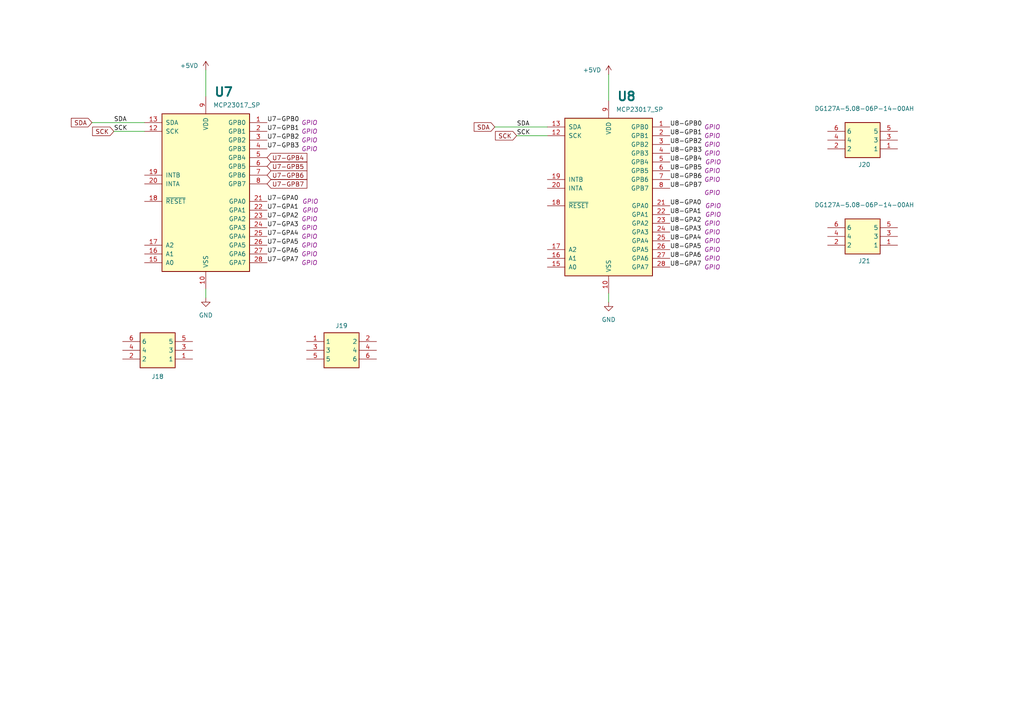
<source format=kicad_sch>
(kicad_sch (version 20250114) (generator "eeschema") (generator_version "9.0")
  (paper "A4")
  (lib_symbols
    (symbol "1_tme:DG127A-5.08-06P-14-00AH"
      (property "Reference" "J" (at 16.51 7.62 0))
      (property "Value" "DG127A-5.08-06P-14-00AH" (at 16.51 5.08 0))
      (symbol "DG127A-5.08-06P-14-00AH_1_1"
        (rectangle (start 5.08 2.54) (end 15.24 -7.62) (stroke (width 0.254)) (fill (type background)))
        (pin passive line (at 0 0 0) (length 5.08) (name "2") (number "2"))
        (pin passive line (at 0 -2.54 0) (length 5.08) (name "4") (number "4"))
        (pin passive line (at 0 -5.08 0) (length 5.08) (name "6") (number "6"))
        (pin passive line (at 20.32 0 180) (length 5.08) (name "1") (number "1"))
        (pin passive line (at 20.32 -2.54 180) (length 5.08) (name "3") (number "3"))
        (pin passive line (at 20.32 -5.08 180) (length 5.08) (name "5") (number "5"))
      )
    )
    (symbol "Interface_Expansion:MCP23017_SP" (pin_names (offset 1.016))
      (property "Reference" "U" (at -11.43 24.13 0))
      (property "Value" "MCP23017_SP" (at 0 0 0))
      (symbol "MCP23017_SP_0_1"
        (rectangle (start -12.7 22.86) (end 12.7 -22.86) (stroke (width 0.254)) (fill (type background)))
      )
      (symbol "MCP23017_SP_1_1"
        (pin bidirectional line (at -17.78 20.32 0) (length 5.08) (name "SDA") (number "13"))
        (pin input line (at -17.78 17.78 0) (length 5.08) (name "SCK") (number "12"))
        (pin tri_state line (at -17.78 5.08 0) (length 5.08) (name "INTB") (number "19"))
        (pin tri_state line (at -17.78 2.54 0) (length 5.08) (name "INTA") (number "20"))
        (pin input line (at -17.78 -2.54 0) (length 5.08) (name "~{RESET}") (number "18"))
        (pin input line (at -17.78 -15.24 0) (length 5.08) (name "A2") (number "17"))
        (pin input line (at -17.78 -17.78 0) (length 5.08) (name "A1") (number "16"))
        (pin input line (at -17.78 -20.32 0) (length 5.08) (name "A0") (number "15"))
        (pin no_connect line (at -12.7 15.24 0) (length 5.08) (hide yes) (name "NC") (number "11"))
        (pin no_connect line (at -12.7 12.7 0) (length 5.08) (hide yes) (name "NC") (number "14"))
        (pin power_in line (at 0 27.94 270) (length 5.08) (name "VDD") (number "9"))
        (pin power_in line (at 0 -27.94 90) (length 5.08) (name "VSS") (number "10"))
        (pin bidirectional line (at 17.78 20.32 180) (length 5.08) (name "GPB0") (number "1"))
        (pin bidirectional line (at 17.78 17.78 180) (length 5.08) (name "GPB1") (number "2"))
        (pin bidirectional line (at 17.78 15.24 180) (length 5.08) (name "GPB2") (number "3"))
        (pin bidirectional line (at 17.78 12.7 180) (length 5.08) (name "GPB3") (number "4"))
        (pin bidirectional line (at 17.78 10.16 180) (length 5.08) (name "GPB4") (number "5"))
        (pin bidirectional line (at 17.78 7.62 180) (length 5.08) (name "GPB5") (number "6"))
        (pin bidirectional line (at 17.78 5.08 180) (length 5.08) (name "GPB6") (number "7"))
        (pin output line (at 17.78 2.54 180) (length 5.08) (name "GPB7") (number "8"))
        (pin bidirectional line (at 17.78 -2.54 180) (length 5.08) (name "GPA0") (number "21"))
        (pin bidirectional line (at 17.78 -5.08 180) (length 5.08) (name "GPA1") (number "22"))
        (pin bidirectional line (at 17.78 -7.62 180) (length 5.08) (name "GPA2") (number "23"))
        (pin bidirectional line (at 17.78 -10.16 180) (length 5.08) (name "GPA3") (number "24"))
        (pin bidirectional line (at 17.78 -12.7 180) (length 5.08) (name "GPA4") (number "25"))
        (pin bidirectional line (at 17.78 -15.24 180) (length 5.08) (name "GPA5") (number "26"))
        (pin bidirectional line (at 17.78 -17.78 180) (length 5.08) (name "GPA6") (number "27"))
        (pin output line (at 17.78 -20.32 180) (length 5.08) (name "GPA7") (number "28"))
      )
    )
    (symbol "power:+5VD" (power) (pin_numbers (hide yes)) (pin_names (offset 0) (hide yes))
      (property "Value" "+5VD" (at 0 3.556 0))
      (symbol "+5VD_0_1"
        (polyline (pts (xy -0.762 1.27) (xy 0 2.54)))
        (polyline (pts (xy 0 2.54) (xy 0.762 1.27)))
        (polyline (pts (xy 0 0) (xy 0 2.54)))
      )
      (symbol "+5VD_1_1"
        (pin power_in line (at 0 0 90) (length 0) (name "~") (number "1"))
      )
    )
    (symbol "power:GND" (power) (pin_numbers (hide yes)) (pin_names (offset 0) (hide yes))
      (property "Value" "GND" (at 0 -3.81 0))
      (symbol "GND_0_1"
        (polyline (pts (xy 0 0) (xy 0 -1.27) (xy 1.27 -1.27) (xy 0 -2.54) (xy -1.27 -1.27) (xy 0 -1.27)))
      )
      (symbol "GND_1_1"
        (pin power_in line (at 0 0 270) (length 0) (name "~") (number "1"))
      )
    )
  )
  (wire (pts (xy 176.53 21.59) (xy 176.53 29.21)))
  (wire (pts (xy 143.51 36.83) (xy 158.75 36.83)))
  (wire (pts (xy 176.53 85.09) (xy 176.53 87.63)))
  (wire (pts (xy 59.69 83.82) (xy 59.69 86.36)))
  (wire (pts (xy 26.67 35.56) (xy 41.91 35.56)))
  (wire (pts (xy 33.02 38.1) (xy 41.91 38.1)))
  (wire (pts (xy 149.86 39.37) (xy 158.75 39.37)))
  (wire (pts (xy 59.69 20.32) (xy 59.69 27.94)))
  (label "U8-GPA1" (at 194.31 62.23 0) (property "Netclass" "GPIO" (at 204.47 62.23 0) (effects (font (italic yes)) (justify left))))
  (label "U8-GPB3" (at 194.31 44.45 0) (property "Netclass" "GPIO" (at 204.216 44.45 0) (effects (font (italic yes)) (justify left))))
  (label "U7-GPA1" (at 77.47 60.96 0) (property "Netclass" "GPIO" (at 87.63 60.96 0) (effects (font (italic yes)) (justify left))))
  (label "SCK" (at 33.02 38.1 0))
  (label "U7-GPB2" (at 77.47 40.64 0) (property "Netclass" "GPIO" (at 87.376 40.64 0) (effects (font (italic yes)) (justify left))))
  (label "U7-GPB1" (at 77.47 38.1 0) (property "Netclass" "GPIO" (at 87.376 38.1 0) (effects (font (italic yes)) (justify left))))
  (label "U8-GPB4" (at 194.31 46.99 0) (property "Netclass" "GPIO" (at 204.47 46.99 0) (effects (font (italic yes)) (justify left))))
  (label "SCK" (at 149.86 39.37 0))
  (label "U8-GPB5" (at 194.31 49.53 0) (property "Netclass" "GPIO" (at 204.216 49.53 0) (effects (font (italic yes)) (justify left))))
  (label "U7-GPA0" (at 77.47 58.42 0) (property "Netclass" "GPIO" (at 87.63 58.42 0) (effects (font (italic yes)) (justify left))))
  (label "U7-GPB0" (at 77.47 35.56 0) (property "Netclass" "GPIO" (at 87.376 35.56 0) (effects (font (italic yes)) (justify left))))
  (label "U8-GPA2" (at 194.31 64.77 0) (property "Netclass" "GPIO" (at 204.216 64.77 0) (effects (font (italic yes)) (justify left))))
  (label "SDA" (at 33.02 35.56 0))
  (label "U7-GPA3" (at 77.47 66.04 0) (property "Netclass" "GPIO" (at 87.376 66.04 0) (effects (font (italic yes)) (justify left))))
  (label "U8-GPA3" (at 194.31 67.31 0) (property "Netclass" "GPIO" (at 204.216 67.31 0) (effects (font (italic yes)) (justify left))))
  (label "U7-GPA5" (at 77.47 71.12 0) (property "Netclass" "GPIO" (at 87.376 71.12 0) (effects (font (italic yes)) (justify left))))
  (label "U8-GPB2" (at 194.31 41.91 0) (property "Netclass" "GPIO" (at 204.216 41.91 0) (effects (font (italic yes)) (justify left))))
  (label "U7-GPA2" (at 77.47 63.5 0) (property "Netclass" "GPIO" (at 87.376 63.5 0) (effects (font (italic yes)) (justify left))))
  (label "U8-GPB0" (at 194.31 36.83 0) (property "Netclass" "GPIO" (at 204.216 36.83 0) (effects (font (italic yes)) (justify left))))
  (label "U8-GPA5" (at 194.31 72.39 0) (property "Netclass" "GPIO" (at 204.216 72.39 0) (effects (font (italic yes)) (justify left))))
  (label "U8-GPB1" (at 194.31 39.37 0) (property "Netclass" "GPIO" (at 204.216 39.37 0) (effects (font (italic yes)) (justify left))))
  (label "U7-GPA4" (at 77.47 68.58 0) (property "Netclass" "GPIO" (at 87.376 68.58 0) (effects (font (italic yes)) (justify left))))
  (label "U7-GPB3" (at 77.47 43.18 0) (property "Netclass" "GPIO" (at 87.376 43.18 0) (effects (font (italic yes)) (justify left))))
  (label "U8-GPA7" (at 194.31 77.47 0) (property "Netclass" "GPIO" (at 204.216 77.47 0) (effects (font (italic yes)) (justify left))))
  (label "U8-GPA6" (at 194.31 74.93 0) (property "Netclass" "GPIO" (at 204.216 74.93 0) (effects (font (italic yes)) (justify left))))
  (label "U7-GPA7" (at 77.47 76.2 0) (property "Netclass" "GPIO" (at 87.376 76.2 0) (effects (font (italic yes)) (justify left))))
  (label "U8-GPA0" (at 194.31 59.69 0) (property "Netclass" "GPIO" (at 204.47 59.69 0) (effects (font (italic yes)) (justify left))))
  (label "U8-GPB6" (at 194.31 52.07 0) (property "Netclass" "GPIO" (at 204.216 52.07 0) (effects (font (italic yes)) (justify left))))
  (label "U7-GPA6" (at 77.47 73.66 0) (property "Netclass" "GPIO" (at 87.376 73.66 0) (effects (font (italic yes)) (justify left))))
  (label "SDA" (at 149.86 36.83 0))
  (label "U8-GPB7" (at 194.31 54.61 0) (property "Netclass" "GPIO" (at 204.216 55.88 0) (effects (font (italic yes)) (justify left))))
  (label "U8-GPA4" (at 194.31 69.85 0) (property "Netclass" "GPIO" (at 204.216 69.85 0) (effects (font (italic yes)) (justify left))))
  (global_label "U7-GPB7" (shape input) (at 77.47 53.34 0) (property "Intersheetrefs" "${INTERSHEET_REFS}" (effects (hide yes))) (property "Netclass" "GPIO" (effects (hide yes))))
  (global_label "SDA" (shape input) (at 143.51 36.83 180) (property "Intersheetrefs" "${INTERSHEET_REFS}" (effects (hide yes))))
  (global_label "U7-GPB4" (shape input) (at 77.47 45.72 0) (property "Intersheetrefs" "${INTERSHEET_REFS}" (effects (hide yes))) (property "Netclass" "GPIO" (effects (hide yes))))
  (global_label "U7-GPB5" (shape input) (at 77.47 48.26 0) (property "Intersheetrefs" "${INTERSHEET_REFS}" (effects (hide yes))) (property "Netclass" "GPIO" (effects (hide yes))))
  (global_label "SCK" (shape input) (at 149.86 39.37 180) (property "Intersheetrefs" "${INTERSHEET_REFS}" (effects (hide yes))))
  (global_label "SCK" (shape input) (at 33.02 38.1 180) (property "Intersheetrefs" "${INTERSHEET_REFS}" (effects (hide yes))))
  (global_label "U7-GPB6" (shape input) (at 77.47 50.8 0) (property "Intersheetrefs" "${INTERSHEET_REFS}" (effects (hide yes))) (property "Netclass" "GPIO" (effects (hide yes))))
  (global_label "SDA" (shape input) (at 26.67 35.56 180) (property "Intersheetrefs" "${INTERSHEET_REFS}" (effects (hide yes))))
  (symbol (lib_id "Interface_Expansion:MCP23017_SP") (at 176.53 57.15 0) (unit 1)
    (property "Reference" "U8" (at 178.6733 27.94 0) (effects (font (size 2.54 2.54) (thickness 0.508) (bold yes)) (justify left)))
    (property "Value" "MCP23017_SP" (at 178.6733 31.75 0) (effects (justify left)))
    (property "Footprint" "Package_DIP:DIP-28_W7.62mm" (effects (hide yes)))
    (property "Datasheet" "https://ww1.microchip.com/downloads/aemDocuments/documents/APID/ProductDocuments/DataSheets/MCP23017-Data-Sheet-DS20001952.pdf" (effects (hide yes)))
    (property "Description" "16-bit I/O expander, I2C, interrupts, w pull-ups, SPDIP-28" (effects (hide yes)))
  )
  (symbol (lib_id "1_tme:DG127A-5.08-06P-14-00AH") (at 240.03 43.18 0) (mirror x) (unit 1)
    (property "Reference" "J20" (at 250.698 47.752 0))
    (property "Value" "DG127A-5.08-06P-14-00AH" (at 250.698 31.496 0))
    (property "Footprint" "DG127A50806P1400AH" (effects (hide yes)))
    (property "Datasheet" "https://www.degson.com/index.php?a=downloadFile&id=1094971&name=%27ZmlsZTQ=%27&lang=en" (effects (hide yes)))
    (property "Description" "PCB terminal block; angled 90; 5.08mm; ways: 6; on PCBs; terminal" (effects (hide yes)))
    (property "Height" "19.41" (effects (hide yes)))
    (property "Manufacturer_Name" "Degson" (effects (hide yes)))
    (property "Manufacturer_Part_Number" "DG127A-5.08-06P-14-00AH" (effects (hide yes)))
  )
  (symbol (lib_id "power:+5VD") (at 59.69 20.32 0) (unit 1)
    (property "Reference" "#PWR015" (effects (hide yes)))
    (property "Value" "+5VD" (at 54.864 19.05 0))
    (property "Description" "Power symbol creates a global label with name \"+5VD\"" (effects (hide yes)))
  )
  (symbol (lib_id "power:GND") (at 176.53 87.63 0) (unit 1)
    (property "Reference" "#PWR018" (effects (hide yes)))
    (property "Value" "GND" (at 176.53 92.71 0))
    (property "Description" "Power symbol creates a global label with name \"GND\" , ground" (effects (hide yes)))
  )
  (symbol (lib_id "Interface_Expansion:MCP23017_SP") (at 59.69 55.88 0) (unit 1)
    (property "Reference" "U7" (at 61.8333 26.67 0) (effects (font (size 2.54 2.54) (thickness 0.508) (bold yes)) (justify left)))
    (property "Value" "MCP23017_SP" (at 61.8333 30.48 0) (effects (justify left)))
    (property "Footprint" "Package_DIP:DIP-28_W7.62mm" (effects (hide yes)))
    (property "Datasheet" "https://ww1.microchip.com/downloads/aemDocuments/documents/APID/ProductDocuments/DataSheets/MCP23017-Data-Sheet-DS20001952.pdf" (effects (hide yes)))
    (property "Description" "16-bit I/O expander, I2C, interrupts, w pull-ups, SPDIP-28" (effects (hide yes)))
  )
  (symbol (lib_id "1_tme:DG127A-5.08-06P-14-00AH") (at 109.22 99.06 0) (mirror y) (unit 1)
    (property "Reference" "J19" (at 99.06 94.488 0))
    (property "Value" "DG127A-5.08-06P-14-00AH" (effects (hide yes)))
    (property "Footprint" "DG127A50806P1400AH" (effects (hide yes)))
    (property "Datasheet" "https://www.degson.com/index.php?a=downloadFile&id=1094971&name=%27ZmlsZTQ=%27&lang=en" (effects (hide yes)))
    (property "Description" "PCB terminal block; angled 90; 5.08mm; ways: 6; on PCBs; terminal" (effects (hide yes)))
    (property "Height" "19.41" (effects (hide yes)))
    (property "Manufacturer_Name" "Degson" (effects (hide yes)))
    (property "Manufacturer_Part_Number" "DG127A-5.08-06P-14-00AH" (effects (hide yes)))
  )
  (symbol (lib_id "power:GND") (at 59.69 86.36 0) (unit 1)
    (property "Reference" "#PWR016" (effects (hide yes)))
    (property "Value" "GND" (at 59.69 91.44 0))
    (property "Description" "Power symbol creates a global label with name \"GND\" , ground" (effects (hide yes)))
  )
  (symbol (lib_id "power:+5VD") (at 176.53 21.59 0) (unit 1)
    (property "Reference" "#PWR017" (effects (hide yes)))
    (property "Value" "+5VD" (at 171.704 20.32 0))
    (property "Description" "Power symbol creates a global label with name \"+5VD\"" (effects (hide yes)))
  )
  (symbol (lib_id "1_tme:DG127A-5.08-06P-14-00AH") (at 35.56 104.14 0) (mirror x) (unit 1)
    (property "Reference" "J18" (at 45.72 109.22 0))
    (property "Value" "DG127A-5.08-06P-14-00AH" (effects (hide yes)))
    (property "Footprint" "DG127A50806P1400AH" (effects (hide yes)))
    (property "Datasheet" "https://www.degson.com/index.php?a=downloadFile&id=1094971&name=%27ZmlsZTQ=%27&lang=en" (effects (hide yes)))
    (property "Description" "PCB terminal block; angled 90; 5.08mm; ways: 6; on PCBs; terminal" (effects (hide yes)))
    (property "Height" "19.41" (effects (hide yes)))
    (property "Manufacturer_Name" "Degson" (effects (hide yes)))
    (property "Manufacturer_Part_Number" "DG127A-5.08-06P-14-00AH" (effects (hide yes)))
  )
  (symbol (lib_id "1_tme:DG127A-5.08-06P-14-00AH") (at 240.03 71.12 0) (mirror x) (unit 1)
    (property "Reference" "J21" (at 250.698 75.692 0))
    (property "Value" "DG127A-5.08-06P-14-00AH" (at 250.698 59.436 0))
    (property "Footprint" "DG127A50806P1400AH" (effects (hide yes)))
    (property "Datasheet" "https://www.degson.com/index.php?a=downloadFile&id=1094971&name=%27ZmlsZTQ=%27&lang=en" (effects (hide yes)))
    (property "Description" "PCB terminal block; angled 90; 5.08mm; ways: 6; on PCBs; terminal" (effects (hide yes)))
    (property "Height" "19.41" (effects (hide yes)))
    (property "Manufacturer_Name" "Degson" (effects (hide yes)))
    (property "Manufacturer_Part_Number" "DG127A-5.08-06P-14-00AH" (effects (hide yes)))
  )
)
</source>
